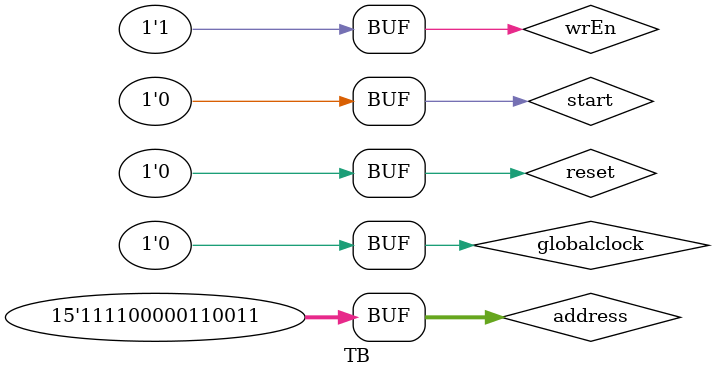
<source format=v>

module TB();
	reg globalclock = 0,reset = 0, start = 0,wrEn=0;
	reg[14:0] address = 15'b0;
	wire done;
	
	wire[31:0] outData_cache;
    wire[127:0] memOut;
	Cachememorycalldirectmap CMCD(.globalclock(globalclock),.reset(reset),.start(start),.done(done),.wrEn(wrEn), .address(address), .outData_cache(outData_cache), .memOut(memOut));
	    initial begin
   		#20reset=1;
        #20reset=0;
        #20 wrEn=1;
   		#20 start=1;
   		#20 globalclock=1;
   		#20 globalclock=0;
  		#20 start=0;
   
    			globalclock=~globalclock; 
    			address = 30771 ; // Decimal format of Hexadecimal value of 7833
			#20 globalclock=~globalclock;
			#20 globalclock=~globalclock;
			#20 globalclock=~globalclock;
			#20 globalclock=~globalclock;
			#20 globalclock=~globalclock;
			#20 globalclock=~globalclock;
			#20 globalclock=~globalclock;
			#20 globalclock=~globalclock;
		end

endmodule 

</source>
